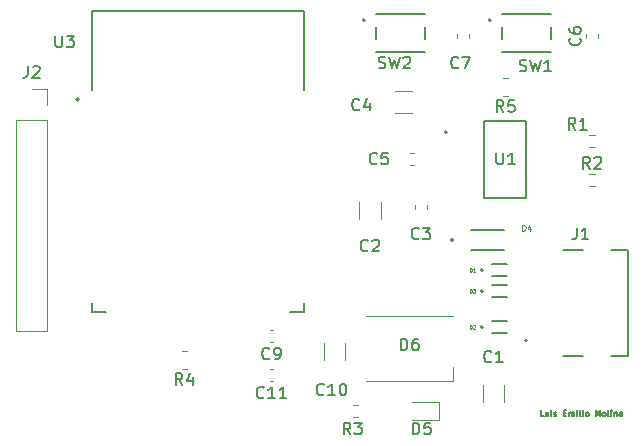
<source format=gbr>
%TF.GenerationSoftware,KiCad,Pcbnew,7.0.9*%
%TF.CreationDate,2024-12-09T18:27:57-04:00*%
%TF.ProjectId,ESP 32 LM,45535020-3332-4204-9c4d-2e6b69636164,rev?*%
%TF.SameCoordinates,Original*%
%TF.FileFunction,Legend,Top*%
%TF.FilePolarity,Positive*%
%FSLAX46Y46*%
G04 Gerber Fmt 4.6, Leading zero omitted, Abs format (unit mm)*
G04 Created by KiCad (PCBNEW 7.0.9) date 2024-12-09 18:27:57*
%MOMM*%
%LPD*%
G01*
G04 APERTURE LIST*
%ADD10C,0.127350*%
%ADD11C,0.150000*%
%ADD12C,0.120200*%
%ADD13C,0.080000*%
%ADD14C,0.120000*%
%ADD15C,0.127000*%
%ADD16C,0.200000*%
G04 APERTURE END LIST*
D10*
X133543639Y-74861036D02*
X133301067Y-74861036D01*
X133301067Y-74861036D02*
X133301067Y-74351636D01*
X133931753Y-74521436D02*
X133931753Y-74861036D01*
X133713438Y-74521436D02*
X133713438Y-74788264D01*
X133713438Y-74788264D02*
X133737695Y-74836779D01*
X133737695Y-74836779D02*
X133786210Y-74861036D01*
X133786210Y-74861036D02*
X133858981Y-74861036D01*
X133858981Y-74861036D02*
X133907495Y-74836779D01*
X133907495Y-74836779D02*
X133931753Y-74812521D01*
X134174324Y-74861036D02*
X134174324Y-74521436D01*
X134174324Y-74351636D02*
X134150067Y-74375893D01*
X134150067Y-74375893D02*
X134174324Y-74400150D01*
X134174324Y-74400150D02*
X134198581Y-74375893D01*
X134198581Y-74375893D02*
X134174324Y-74351636D01*
X134174324Y-74351636D02*
X134174324Y-74400150D01*
X134392638Y-74836779D02*
X134441152Y-74861036D01*
X134441152Y-74861036D02*
X134538181Y-74861036D01*
X134538181Y-74861036D02*
X134586695Y-74836779D01*
X134586695Y-74836779D02*
X134610952Y-74788264D01*
X134610952Y-74788264D02*
X134610952Y-74764007D01*
X134610952Y-74764007D02*
X134586695Y-74715493D01*
X134586695Y-74715493D02*
X134538181Y-74691236D01*
X134538181Y-74691236D02*
X134465410Y-74691236D01*
X134465410Y-74691236D02*
X134416895Y-74666979D01*
X134416895Y-74666979D02*
X134392638Y-74618464D01*
X134392638Y-74618464D02*
X134392638Y-74594207D01*
X134392638Y-74594207D02*
X134416895Y-74545693D01*
X134416895Y-74545693D02*
X134465410Y-74521436D01*
X134465410Y-74521436D02*
X134538181Y-74521436D01*
X134538181Y-74521436D02*
X134586695Y-74545693D01*
X135217380Y-74594207D02*
X135387180Y-74594207D01*
X135459952Y-74861036D02*
X135217380Y-74861036D01*
X135217380Y-74861036D02*
X135217380Y-74351636D01*
X135217380Y-74351636D02*
X135459952Y-74351636D01*
X135678266Y-74861036D02*
X135678266Y-74521436D01*
X135678266Y-74569950D02*
X135702523Y-74545693D01*
X135702523Y-74545693D02*
X135751038Y-74521436D01*
X135751038Y-74521436D02*
X135823809Y-74521436D01*
X135823809Y-74521436D02*
X135872323Y-74545693D01*
X135872323Y-74545693D02*
X135896581Y-74594207D01*
X135896581Y-74594207D02*
X135896581Y-74861036D01*
X135896581Y-74594207D02*
X135920838Y-74545693D01*
X135920838Y-74545693D02*
X135969352Y-74521436D01*
X135969352Y-74521436D02*
X136042123Y-74521436D01*
X136042123Y-74521436D02*
X136090638Y-74545693D01*
X136090638Y-74545693D02*
X136114895Y-74594207D01*
X136114895Y-74594207D02*
X136114895Y-74861036D01*
X136357466Y-74861036D02*
X136357466Y-74521436D01*
X136357466Y-74351636D02*
X136333209Y-74375893D01*
X136333209Y-74375893D02*
X136357466Y-74400150D01*
X136357466Y-74400150D02*
X136381723Y-74375893D01*
X136381723Y-74375893D02*
X136357466Y-74351636D01*
X136357466Y-74351636D02*
X136357466Y-74400150D01*
X136672809Y-74861036D02*
X136624294Y-74836779D01*
X136624294Y-74836779D02*
X136600037Y-74788264D01*
X136600037Y-74788264D02*
X136600037Y-74351636D01*
X136866866Y-74861036D02*
X136866866Y-74521436D01*
X136866866Y-74351636D02*
X136842609Y-74375893D01*
X136842609Y-74375893D02*
X136866866Y-74400150D01*
X136866866Y-74400150D02*
X136891123Y-74375893D01*
X136891123Y-74375893D02*
X136866866Y-74351636D01*
X136866866Y-74351636D02*
X136866866Y-74400150D01*
X137182209Y-74861036D02*
X137133694Y-74836779D01*
X137133694Y-74836779D02*
X137109437Y-74812521D01*
X137109437Y-74812521D02*
X137085180Y-74764007D01*
X137085180Y-74764007D02*
X137085180Y-74618464D01*
X137085180Y-74618464D02*
X137109437Y-74569950D01*
X137109437Y-74569950D02*
X137133694Y-74545693D01*
X137133694Y-74545693D02*
X137182209Y-74521436D01*
X137182209Y-74521436D02*
X137254980Y-74521436D01*
X137254980Y-74521436D02*
X137303494Y-74545693D01*
X137303494Y-74545693D02*
X137327752Y-74569950D01*
X137327752Y-74569950D02*
X137352009Y-74618464D01*
X137352009Y-74618464D02*
X137352009Y-74764007D01*
X137352009Y-74764007D02*
X137327752Y-74812521D01*
X137327752Y-74812521D02*
X137303494Y-74836779D01*
X137303494Y-74836779D02*
X137254980Y-74861036D01*
X137254980Y-74861036D02*
X137182209Y-74861036D01*
X137958437Y-74861036D02*
X137958437Y-74351636D01*
X137958437Y-74351636D02*
X138128237Y-74715493D01*
X138128237Y-74715493D02*
X138298037Y-74351636D01*
X138298037Y-74351636D02*
X138298037Y-74861036D01*
X138613380Y-74861036D02*
X138564865Y-74836779D01*
X138564865Y-74836779D02*
X138540608Y-74812521D01*
X138540608Y-74812521D02*
X138516351Y-74764007D01*
X138516351Y-74764007D02*
X138516351Y-74618464D01*
X138516351Y-74618464D02*
X138540608Y-74569950D01*
X138540608Y-74569950D02*
X138564865Y-74545693D01*
X138564865Y-74545693D02*
X138613380Y-74521436D01*
X138613380Y-74521436D02*
X138686151Y-74521436D01*
X138686151Y-74521436D02*
X138734665Y-74545693D01*
X138734665Y-74545693D02*
X138758923Y-74569950D01*
X138758923Y-74569950D02*
X138783180Y-74618464D01*
X138783180Y-74618464D02*
X138783180Y-74764007D01*
X138783180Y-74764007D02*
X138758923Y-74812521D01*
X138758923Y-74812521D02*
X138734665Y-74836779D01*
X138734665Y-74836779D02*
X138686151Y-74861036D01*
X138686151Y-74861036D02*
X138613380Y-74861036D01*
X139074266Y-74861036D02*
X139025751Y-74836779D01*
X139025751Y-74836779D02*
X139001494Y-74788264D01*
X139001494Y-74788264D02*
X139001494Y-74351636D01*
X139268323Y-74861036D02*
X139268323Y-74521436D01*
X139268323Y-74351636D02*
X139244066Y-74375893D01*
X139244066Y-74375893D02*
X139268323Y-74400150D01*
X139268323Y-74400150D02*
X139292580Y-74375893D01*
X139292580Y-74375893D02*
X139268323Y-74351636D01*
X139268323Y-74351636D02*
X139268323Y-74400150D01*
X139510894Y-74521436D02*
X139510894Y-74861036D01*
X139510894Y-74569950D02*
X139535151Y-74545693D01*
X139535151Y-74545693D02*
X139583666Y-74521436D01*
X139583666Y-74521436D02*
X139656437Y-74521436D01*
X139656437Y-74521436D02*
X139704951Y-74545693D01*
X139704951Y-74545693D02*
X139729209Y-74594207D01*
X139729209Y-74594207D02*
X139729209Y-74861036D01*
X140190095Y-74861036D02*
X140190095Y-74594207D01*
X140190095Y-74594207D02*
X140165837Y-74545693D01*
X140165837Y-74545693D02*
X140117323Y-74521436D01*
X140117323Y-74521436D02*
X140020295Y-74521436D01*
X140020295Y-74521436D02*
X139971780Y-74545693D01*
X140190095Y-74836779D02*
X140141580Y-74861036D01*
X140141580Y-74861036D02*
X140020295Y-74861036D01*
X140020295Y-74861036D02*
X139971780Y-74836779D01*
X139971780Y-74836779D02*
X139947523Y-74788264D01*
X139947523Y-74788264D02*
X139947523Y-74739750D01*
X139947523Y-74739750D02*
X139971780Y-74691236D01*
X139971780Y-74691236D02*
X140020295Y-74666979D01*
X140020295Y-74666979D02*
X140141580Y-74666979D01*
X140141580Y-74666979D02*
X140190095Y-74642721D01*
D11*
X130135333Y-49094819D02*
X129802000Y-48618628D01*
X129563905Y-49094819D02*
X129563905Y-48094819D01*
X129563905Y-48094819D02*
X129944857Y-48094819D01*
X129944857Y-48094819D02*
X130040095Y-48142438D01*
X130040095Y-48142438D02*
X130087714Y-48190057D01*
X130087714Y-48190057D02*
X130135333Y-48285295D01*
X130135333Y-48285295D02*
X130135333Y-48428152D01*
X130135333Y-48428152D02*
X130087714Y-48523390D01*
X130087714Y-48523390D02*
X130040095Y-48571009D01*
X130040095Y-48571009D02*
X129944857Y-48618628D01*
X129944857Y-48618628D02*
X129563905Y-48618628D01*
X131040095Y-48094819D02*
X130563905Y-48094819D01*
X130563905Y-48094819D02*
X130516286Y-48571009D01*
X130516286Y-48571009D02*
X130563905Y-48523390D01*
X130563905Y-48523390D02*
X130659143Y-48475771D01*
X130659143Y-48475771D02*
X130897238Y-48475771D01*
X130897238Y-48475771D02*
X130992476Y-48523390D01*
X130992476Y-48523390D02*
X131040095Y-48571009D01*
X131040095Y-48571009D02*
X131087714Y-48666247D01*
X131087714Y-48666247D02*
X131087714Y-48904342D01*
X131087714Y-48904342D02*
X131040095Y-48999580D01*
X131040095Y-48999580D02*
X130992476Y-49047200D01*
X130992476Y-49047200D02*
X130897238Y-49094819D01*
X130897238Y-49094819D02*
X130659143Y-49094819D01*
X130659143Y-49094819D02*
X130563905Y-49047200D01*
X130563905Y-49047200D02*
X130516286Y-48999580D01*
X102957333Y-72208819D02*
X102624000Y-71732628D01*
X102385905Y-72208819D02*
X102385905Y-71208819D01*
X102385905Y-71208819D02*
X102766857Y-71208819D01*
X102766857Y-71208819D02*
X102862095Y-71256438D01*
X102862095Y-71256438D02*
X102909714Y-71304057D01*
X102909714Y-71304057D02*
X102957333Y-71399295D01*
X102957333Y-71399295D02*
X102957333Y-71542152D01*
X102957333Y-71542152D02*
X102909714Y-71637390D01*
X102909714Y-71637390D02*
X102862095Y-71685009D01*
X102862095Y-71685009D02*
X102766857Y-71732628D01*
X102766857Y-71732628D02*
X102385905Y-71732628D01*
X103814476Y-71542152D02*
X103814476Y-72208819D01*
X103576381Y-71161200D02*
X103338286Y-71875485D01*
X103338286Y-71875485D02*
X103957333Y-71875485D01*
X114927142Y-73003580D02*
X114879523Y-73051200D01*
X114879523Y-73051200D02*
X114736666Y-73098819D01*
X114736666Y-73098819D02*
X114641428Y-73098819D01*
X114641428Y-73098819D02*
X114498571Y-73051200D01*
X114498571Y-73051200D02*
X114403333Y-72955961D01*
X114403333Y-72955961D02*
X114355714Y-72860723D01*
X114355714Y-72860723D02*
X114308095Y-72670247D01*
X114308095Y-72670247D02*
X114308095Y-72527390D01*
X114308095Y-72527390D02*
X114355714Y-72336914D01*
X114355714Y-72336914D02*
X114403333Y-72241676D01*
X114403333Y-72241676D02*
X114498571Y-72146438D01*
X114498571Y-72146438D02*
X114641428Y-72098819D01*
X114641428Y-72098819D02*
X114736666Y-72098819D01*
X114736666Y-72098819D02*
X114879523Y-72146438D01*
X114879523Y-72146438D02*
X114927142Y-72194057D01*
X115879523Y-73098819D02*
X115308095Y-73098819D01*
X115593809Y-73098819D02*
X115593809Y-72098819D01*
X115593809Y-72098819D02*
X115498571Y-72241676D01*
X115498571Y-72241676D02*
X115403333Y-72336914D01*
X115403333Y-72336914D02*
X115308095Y-72384533D01*
X116498571Y-72098819D02*
X116593809Y-72098819D01*
X116593809Y-72098819D02*
X116689047Y-72146438D01*
X116689047Y-72146438D02*
X116736666Y-72194057D01*
X116736666Y-72194057D02*
X116784285Y-72289295D01*
X116784285Y-72289295D02*
X116831904Y-72479771D01*
X116831904Y-72479771D02*
X116831904Y-72717866D01*
X116831904Y-72717866D02*
X116784285Y-72908342D01*
X116784285Y-72908342D02*
X116736666Y-73003580D01*
X116736666Y-73003580D02*
X116689047Y-73051200D01*
X116689047Y-73051200D02*
X116593809Y-73098819D01*
X116593809Y-73098819D02*
X116498571Y-73098819D01*
X116498571Y-73098819D02*
X116403333Y-73051200D01*
X116403333Y-73051200D02*
X116355714Y-73003580D01*
X116355714Y-73003580D02*
X116308095Y-72908342D01*
X116308095Y-72908342D02*
X116260476Y-72717866D01*
X116260476Y-72717866D02*
X116260476Y-72479771D01*
X116260476Y-72479771D02*
X116308095Y-72289295D01*
X116308095Y-72289295D02*
X116355714Y-72194057D01*
X116355714Y-72194057D02*
X116403333Y-72146438D01*
X116403333Y-72146438D02*
X116498571Y-72098819D01*
X117943333Y-48873580D02*
X117895714Y-48921200D01*
X117895714Y-48921200D02*
X117752857Y-48968819D01*
X117752857Y-48968819D02*
X117657619Y-48968819D01*
X117657619Y-48968819D02*
X117514762Y-48921200D01*
X117514762Y-48921200D02*
X117419524Y-48825961D01*
X117419524Y-48825961D02*
X117371905Y-48730723D01*
X117371905Y-48730723D02*
X117324286Y-48540247D01*
X117324286Y-48540247D02*
X117324286Y-48397390D01*
X117324286Y-48397390D02*
X117371905Y-48206914D01*
X117371905Y-48206914D02*
X117419524Y-48111676D01*
X117419524Y-48111676D02*
X117514762Y-48016438D01*
X117514762Y-48016438D02*
X117657619Y-47968819D01*
X117657619Y-47968819D02*
X117752857Y-47968819D01*
X117752857Y-47968819D02*
X117895714Y-48016438D01*
X117895714Y-48016438D02*
X117943333Y-48064057D01*
X118800476Y-48302152D02*
X118800476Y-48968819D01*
X118562381Y-47921200D02*
X118324286Y-48635485D01*
X118324286Y-48635485D02*
X118943333Y-48635485D01*
X129119333Y-70209580D02*
X129071714Y-70257200D01*
X129071714Y-70257200D02*
X128928857Y-70304819D01*
X128928857Y-70304819D02*
X128833619Y-70304819D01*
X128833619Y-70304819D02*
X128690762Y-70257200D01*
X128690762Y-70257200D02*
X128595524Y-70161961D01*
X128595524Y-70161961D02*
X128547905Y-70066723D01*
X128547905Y-70066723D02*
X128500286Y-69876247D01*
X128500286Y-69876247D02*
X128500286Y-69733390D01*
X128500286Y-69733390D02*
X128547905Y-69542914D01*
X128547905Y-69542914D02*
X128595524Y-69447676D01*
X128595524Y-69447676D02*
X128690762Y-69352438D01*
X128690762Y-69352438D02*
X128833619Y-69304819D01*
X128833619Y-69304819D02*
X128928857Y-69304819D01*
X128928857Y-69304819D02*
X129071714Y-69352438D01*
X129071714Y-69352438D02*
X129119333Y-69400057D01*
X130071714Y-70304819D02*
X129500286Y-70304819D01*
X129786000Y-70304819D02*
X129786000Y-69304819D01*
X129786000Y-69304819D02*
X129690762Y-69447676D01*
X129690762Y-69447676D02*
X129595524Y-69542914D01*
X129595524Y-69542914D02*
X129500286Y-69590533D01*
X118659833Y-60811580D02*
X118612214Y-60859200D01*
X118612214Y-60859200D02*
X118469357Y-60906819D01*
X118469357Y-60906819D02*
X118374119Y-60906819D01*
X118374119Y-60906819D02*
X118231262Y-60859200D01*
X118231262Y-60859200D02*
X118136024Y-60763961D01*
X118136024Y-60763961D02*
X118088405Y-60668723D01*
X118088405Y-60668723D02*
X118040786Y-60478247D01*
X118040786Y-60478247D02*
X118040786Y-60335390D01*
X118040786Y-60335390D02*
X118088405Y-60144914D01*
X118088405Y-60144914D02*
X118136024Y-60049676D01*
X118136024Y-60049676D02*
X118231262Y-59954438D01*
X118231262Y-59954438D02*
X118374119Y-59906819D01*
X118374119Y-59906819D02*
X118469357Y-59906819D01*
X118469357Y-59906819D02*
X118612214Y-59954438D01*
X118612214Y-59954438D02*
X118659833Y-60002057D01*
X119040786Y-60002057D02*
X119088405Y-59954438D01*
X119088405Y-59954438D02*
X119183643Y-59906819D01*
X119183643Y-59906819D02*
X119421738Y-59906819D01*
X119421738Y-59906819D02*
X119516976Y-59954438D01*
X119516976Y-59954438D02*
X119564595Y-60002057D01*
X119564595Y-60002057D02*
X119612214Y-60097295D01*
X119612214Y-60097295D02*
X119612214Y-60192533D01*
X119612214Y-60192533D02*
X119564595Y-60335390D01*
X119564595Y-60335390D02*
X118993167Y-60906819D01*
X118993167Y-60906819D02*
X119612214Y-60906819D01*
X92202095Y-42634819D02*
X92202095Y-43444342D01*
X92202095Y-43444342D02*
X92249714Y-43539580D01*
X92249714Y-43539580D02*
X92297333Y-43587200D01*
X92297333Y-43587200D02*
X92392571Y-43634819D01*
X92392571Y-43634819D02*
X92583047Y-43634819D01*
X92583047Y-43634819D02*
X92678285Y-43587200D01*
X92678285Y-43587200D02*
X92725904Y-43539580D01*
X92725904Y-43539580D02*
X92773523Y-43444342D01*
X92773523Y-43444342D02*
X92773523Y-42634819D01*
X93154476Y-42634819D02*
X93773523Y-42634819D01*
X93773523Y-42634819D02*
X93440190Y-43015771D01*
X93440190Y-43015771D02*
X93583047Y-43015771D01*
X93583047Y-43015771D02*
X93678285Y-43063390D01*
X93678285Y-43063390D02*
X93725904Y-43111009D01*
X93725904Y-43111009D02*
X93773523Y-43206247D01*
X93773523Y-43206247D02*
X93773523Y-43444342D01*
X93773523Y-43444342D02*
X93725904Y-43539580D01*
X93725904Y-43539580D02*
X93678285Y-43587200D01*
X93678285Y-43587200D02*
X93583047Y-43634819D01*
X93583047Y-43634819D02*
X93297333Y-43634819D01*
X93297333Y-43634819D02*
X93202095Y-43587200D01*
X93202095Y-43587200D02*
X93154476Y-43539580D01*
X129540095Y-52540819D02*
X129540095Y-53350342D01*
X129540095Y-53350342D02*
X129587714Y-53445580D01*
X129587714Y-53445580D02*
X129635333Y-53493200D01*
X129635333Y-53493200D02*
X129730571Y-53540819D01*
X129730571Y-53540819D02*
X129921047Y-53540819D01*
X129921047Y-53540819D02*
X130016285Y-53493200D01*
X130016285Y-53493200D02*
X130063904Y-53445580D01*
X130063904Y-53445580D02*
X130111523Y-53350342D01*
X130111523Y-53350342D02*
X130111523Y-52540819D01*
X131111523Y-53540819D02*
X130540095Y-53540819D01*
X130825809Y-53540819D02*
X130825809Y-52540819D01*
X130825809Y-52540819D02*
X130730571Y-52683676D01*
X130730571Y-52683676D02*
X130635333Y-52778914D01*
X130635333Y-52778914D02*
X130540095Y-52826533D01*
X119570667Y-45365200D02*
X119713524Y-45412819D01*
X119713524Y-45412819D02*
X119951619Y-45412819D01*
X119951619Y-45412819D02*
X120046857Y-45365200D01*
X120046857Y-45365200D02*
X120094476Y-45317580D01*
X120094476Y-45317580D02*
X120142095Y-45222342D01*
X120142095Y-45222342D02*
X120142095Y-45127104D01*
X120142095Y-45127104D02*
X120094476Y-45031866D01*
X120094476Y-45031866D02*
X120046857Y-44984247D01*
X120046857Y-44984247D02*
X119951619Y-44936628D01*
X119951619Y-44936628D02*
X119761143Y-44889009D01*
X119761143Y-44889009D02*
X119665905Y-44841390D01*
X119665905Y-44841390D02*
X119618286Y-44793771D01*
X119618286Y-44793771D02*
X119570667Y-44698533D01*
X119570667Y-44698533D02*
X119570667Y-44603295D01*
X119570667Y-44603295D02*
X119618286Y-44508057D01*
X119618286Y-44508057D02*
X119665905Y-44460438D01*
X119665905Y-44460438D02*
X119761143Y-44412819D01*
X119761143Y-44412819D02*
X119999238Y-44412819D01*
X119999238Y-44412819D02*
X120142095Y-44460438D01*
X120475429Y-44412819D02*
X120713524Y-45412819D01*
X120713524Y-45412819D02*
X120904000Y-44698533D01*
X120904000Y-44698533D02*
X121094476Y-45412819D01*
X121094476Y-45412819D02*
X121332572Y-44412819D01*
X121665905Y-44508057D02*
X121713524Y-44460438D01*
X121713524Y-44460438D02*
X121808762Y-44412819D01*
X121808762Y-44412819D02*
X122046857Y-44412819D01*
X122046857Y-44412819D02*
X122142095Y-44460438D01*
X122142095Y-44460438D02*
X122189714Y-44508057D01*
X122189714Y-44508057D02*
X122237333Y-44603295D01*
X122237333Y-44603295D02*
X122237333Y-44698533D01*
X122237333Y-44698533D02*
X122189714Y-44841390D01*
X122189714Y-44841390D02*
X121618286Y-45412819D01*
X121618286Y-45412819D02*
X122237333Y-45412819D01*
X131508667Y-45619200D02*
X131651524Y-45666819D01*
X131651524Y-45666819D02*
X131889619Y-45666819D01*
X131889619Y-45666819D02*
X131984857Y-45619200D01*
X131984857Y-45619200D02*
X132032476Y-45571580D01*
X132032476Y-45571580D02*
X132080095Y-45476342D01*
X132080095Y-45476342D02*
X132080095Y-45381104D01*
X132080095Y-45381104D02*
X132032476Y-45285866D01*
X132032476Y-45285866D02*
X131984857Y-45238247D01*
X131984857Y-45238247D02*
X131889619Y-45190628D01*
X131889619Y-45190628D02*
X131699143Y-45143009D01*
X131699143Y-45143009D02*
X131603905Y-45095390D01*
X131603905Y-45095390D02*
X131556286Y-45047771D01*
X131556286Y-45047771D02*
X131508667Y-44952533D01*
X131508667Y-44952533D02*
X131508667Y-44857295D01*
X131508667Y-44857295D02*
X131556286Y-44762057D01*
X131556286Y-44762057D02*
X131603905Y-44714438D01*
X131603905Y-44714438D02*
X131699143Y-44666819D01*
X131699143Y-44666819D02*
X131937238Y-44666819D01*
X131937238Y-44666819D02*
X132080095Y-44714438D01*
X132413429Y-44666819D02*
X132651524Y-45666819D01*
X132651524Y-45666819D02*
X132842000Y-44952533D01*
X132842000Y-44952533D02*
X133032476Y-45666819D01*
X133032476Y-45666819D02*
X133270572Y-44666819D01*
X134175333Y-45666819D02*
X133603905Y-45666819D01*
X133889619Y-45666819D02*
X133889619Y-44666819D01*
X133889619Y-44666819D02*
X133794381Y-44809676D01*
X133794381Y-44809676D02*
X133699143Y-44904914D01*
X133699143Y-44904914D02*
X133603905Y-44952533D01*
X117181333Y-76400819D02*
X116848000Y-75924628D01*
X116609905Y-76400819D02*
X116609905Y-75400819D01*
X116609905Y-75400819D02*
X116990857Y-75400819D01*
X116990857Y-75400819D02*
X117086095Y-75448438D01*
X117086095Y-75448438D02*
X117133714Y-75496057D01*
X117133714Y-75496057D02*
X117181333Y-75591295D01*
X117181333Y-75591295D02*
X117181333Y-75734152D01*
X117181333Y-75734152D02*
X117133714Y-75829390D01*
X117133714Y-75829390D02*
X117086095Y-75877009D01*
X117086095Y-75877009D02*
X116990857Y-75924628D01*
X116990857Y-75924628D02*
X116609905Y-75924628D01*
X117514667Y-75400819D02*
X118133714Y-75400819D01*
X118133714Y-75400819D02*
X117800381Y-75781771D01*
X117800381Y-75781771D02*
X117943238Y-75781771D01*
X117943238Y-75781771D02*
X118038476Y-75829390D01*
X118038476Y-75829390D02*
X118086095Y-75877009D01*
X118086095Y-75877009D02*
X118133714Y-75972247D01*
X118133714Y-75972247D02*
X118133714Y-76210342D01*
X118133714Y-76210342D02*
X118086095Y-76305580D01*
X118086095Y-76305580D02*
X118038476Y-76353200D01*
X118038476Y-76353200D02*
X117943238Y-76400819D01*
X117943238Y-76400819D02*
X117657524Y-76400819D01*
X117657524Y-76400819D02*
X117562286Y-76353200D01*
X117562286Y-76353200D02*
X117514667Y-76305580D01*
X137455833Y-53888819D02*
X137122500Y-53412628D01*
X136884405Y-53888819D02*
X136884405Y-52888819D01*
X136884405Y-52888819D02*
X137265357Y-52888819D01*
X137265357Y-52888819D02*
X137360595Y-52936438D01*
X137360595Y-52936438D02*
X137408214Y-52984057D01*
X137408214Y-52984057D02*
X137455833Y-53079295D01*
X137455833Y-53079295D02*
X137455833Y-53222152D01*
X137455833Y-53222152D02*
X137408214Y-53317390D01*
X137408214Y-53317390D02*
X137360595Y-53365009D01*
X137360595Y-53365009D02*
X137265357Y-53412628D01*
X137265357Y-53412628D02*
X136884405Y-53412628D01*
X137836786Y-52984057D02*
X137884405Y-52936438D01*
X137884405Y-52936438D02*
X137979643Y-52888819D01*
X137979643Y-52888819D02*
X138217738Y-52888819D01*
X138217738Y-52888819D02*
X138312976Y-52936438D01*
X138312976Y-52936438D02*
X138360595Y-52984057D01*
X138360595Y-52984057D02*
X138408214Y-53079295D01*
X138408214Y-53079295D02*
X138408214Y-53174533D01*
X138408214Y-53174533D02*
X138360595Y-53317390D01*
X138360595Y-53317390D02*
X137789167Y-53888819D01*
X137789167Y-53888819D02*
X138408214Y-53888819D01*
X136231333Y-50586819D02*
X135898000Y-50110628D01*
X135659905Y-50586819D02*
X135659905Y-49586819D01*
X135659905Y-49586819D02*
X136040857Y-49586819D01*
X136040857Y-49586819D02*
X136136095Y-49634438D01*
X136136095Y-49634438D02*
X136183714Y-49682057D01*
X136183714Y-49682057D02*
X136231333Y-49777295D01*
X136231333Y-49777295D02*
X136231333Y-49920152D01*
X136231333Y-49920152D02*
X136183714Y-50015390D01*
X136183714Y-50015390D02*
X136136095Y-50063009D01*
X136136095Y-50063009D02*
X136040857Y-50110628D01*
X136040857Y-50110628D02*
X135659905Y-50110628D01*
X137183714Y-50586819D02*
X136612286Y-50586819D01*
X136898000Y-50586819D02*
X136898000Y-49586819D01*
X136898000Y-49586819D02*
X136802762Y-49729676D01*
X136802762Y-49729676D02*
X136707524Y-49824914D01*
X136707524Y-49824914D02*
X136612286Y-49872533D01*
X89861666Y-45198819D02*
X89861666Y-45913104D01*
X89861666Y-45913104D02*
X89814047Y-46055961D01*
X89814047Y-46055961D02*
X89718809Y-46151200D01*
X89718809Y-46151200D02*
X89575952Y-46198819D01*
X89575952Y-46198819D02*
X89480714Y-46198819D01*
X90290238Y-45294057D02*
X90337857Y-45246438D01*
X90337857Y-45246438D02*
X90433095Y-45198819D01*
X90433095Y-45198819D02*
X90671190Y-45198819D01*
X90671190Y-45198819D02*
X90766428Y-45246438D01*
X90766428Y-45246438D02*
X90814047Y-45294057D01*
X90814047Y-45294057D02*
X90861666Y-45389295D01*
X90861666Y-45389295D02*
X90861666Y-45484533D01*
X90861666Y-45484533D02*
X90814047Y-45627390D01*
X90814047Y-45627390D02*
X90242619Y-46198819D01*
X90242619Y-46198819D02*
X90861666Y-46198819D01*
X136318666Y-58890819D02*
X136318666Y-59605104D01*
X136318666Y-59605104D02*
X136271047Y-59747961D01*
X136271047Y-59747961D02*
X136175809Y-59843200D01*
X136175809Y-59843200D02*
X136032952Y-59890819D01*
X136032952Y-59890819D02*
X135937714Y-59890819D01*
X137318666Y-59890819D02*
X136747238Y-59890819D01*
X137032952Y-59890819D02*
X137032952Y-58890819D01*
X137032952Y-58890819D02*
X136937714Y-59033676D01*
X136937714Y-59033676D02*
X136842476Y-59128914D01*
X136842476Y-59128914D02*
X136747238Y-59176533D01*
X121435905Y-69288819D02*
X121435905Y-68288819D01*
X121435905Y-68288819D02*
X121674000Y-68288819D01*
X121674000Y-68288819D02*
X121816857Y-68336438D01*
X121816857Y-68336438D02*
X121912095Y-68431676D01*
X121912095Y-68431676D02*
X121959714Y-68526914D01*
X121959714Y-68526914D02*
X122007333Y-68717390D01*
X122007333Y-68717390D02*
X122007333Y-68860247D01*
X122007333Y-68860247D02*
X121959714Y-69050723D01*
X121959714Y-69050723D02*
X121912095Y-69145961D01*
X121912095Y-69145961D02*
X121816857Y-69241200D01*
X121816857Y-69241200D02*
X121674000Y-69288819D01*
X121674000Y-69288819D02*
X121435905Y-69288819D01*
X122864476Y-68288819D02*
X122674000Y-68288819D01*
X122674000Y-68288819D02*
X122578762Y-68336438D01*
X122578762Y-68336438D02*
X122531143Y-68384057D01*
X122531143Y-68384057D02*
X122435905Y-68526914D01*
X122435905Y-68526914D02*
X122388286Y-68717390D01*
X122388286Y-68717390D02*
X122388286Y-69098342D01*
X122388286Y-69098342D02*
X122435905Y-69193580D01*
X122435905Y-69193580D02*
X122483524Y-69241200D01*
X122483524Y-69241200D02*
X122578762Y-69288819D01*
X122578762Y-69288819D02*
X122769238Y-69288819D01*
X122769238Y-69288819D02*
X122864476Y-69241200D01*
X122864476Y-69241200D02*
X122912095Y-69193580D01*
X122912095Y-69193580D02*
X122959714Y-69098342D01*
X122959714Y-69098342D02*
X122959714Y-68860247D01*
X122959714Y-68860247D02*
X122912095Y-68765009D01*
X122912095Y-68765009D02*
X122864476Y-68717390D01*
X122864476Y-68717390D02*
X122769238Y-68669771D01*
X122769238Y-68669771D02*
X122578762Y-68669771D01*
X122578762Y-68669771D02*
X122483524Y-68717390D01*
X122483524Y-68717390D02*
X122435905Y-68765009D01*
X122435905Y-68765009D02*
X122388286Y-68860247D01*
X122451905Y-76400819D02*
X122451905Y-75400819D01*
X122451905Y-75400819D02*
X122690000Y-75400819D01*
X122690000Y-75400819D02*
X122832857Y-75448438D01*
X122832857Y-75448438D02*
X122928095Y-75543676D01*
X122928095Y-75543676D02*
X122975714Y-75638914D01*
X122975714Y-75638914D02*
X123023333Y-75829390D01*
X123023333Y-75829390D02*
X123023333Y-75972247D01*
X123023333Y-75972247D02*
X122975714Y-76162723D01*
X122975714Y-76162723D02*
X122928095Y-76257961D01*
X122928095Y-76257961D02*
X122832857Y-76353200D01*
X122832857Y-76353200D02*
X122690000Y-76400819D01*
X122690000Y-76400819D02*
X122451905Y-76400819D01*
X123928095Y-75400819D02*
X123451905Y-75400819D01*
X123451905Y-75400819D02*
X123404286Y-75877009D01*
X123404286Y-75877009D02*
X123451905Y-75829390D01*
X123451905Y-75829390D02*
X123547143Y-75781771D01*
X123547143Y-75781771D02*
X123785238Y-75781771D01*
X123785238Y-75781771D02*
X123880476Y-75829390D01*
X123880476Y-75829390D02*
X123928095Y-75877009D01*
X123928095Y-75877009D02*
X123975714Y-75972247D01*
X123975714Y-75972247D02*
X123975714Y-76210342D01*
X123975714Y-76210342D02*
X123928095Y-76305580D01*
X123928095Y-76305580D02*
X123880476Y-76353200D01*
X123880476Y-76353200D02*
X123785238Y-76400819D01*
X123785238Y-76400819D02*
X123547143Y-76400819D01*
X123547143Y-76400819D02*
X123451905Y-76353200D01*
X123451905Y-76353200D02*
X123404286Y-76305580D01*
D12*
X131725124Y-59144176D02*
X131725124Y-58663376D01*
X131725124Y-58663376D02*
X131839600Y-58663376D01*
X131839600Y-58663376D02*
X131908286Y-58686271D01*
X131908286Y-58686271D02*
X131954076Y-58732061D01*
X131954076Y-58732061D02*
X131976971Y-58777852D01*
X131976971Y-58777852D02*
X131999867Y-58869433D01*
X131999867Y-58869433D02*
X131999867Y-58938119D01*
X131999867Y-58938119D02*
X131976971Y-59029700D01*
X131976971Y-59029700D02*
X131954076Y-59075490D01*
X131954076Y-59075490D02*
X131908286Y-59121281D01*
X131908286Y-59121281D02*
X131839600Y-59144176D01*
X131839600Y-59144176D02*
X131725124Y-59144176D01*
X132411981Y-58823642D02*
X132411981Y-59144176D01*
X132297505Y-58640481D02*
X132183028Y-58983909D01*
X132183028Y-58983909D02*
X132480667Y-58983909D01*
D13*
X127271809Y-64405878D02*
X127271809Y-64085878D01*
X127271809Y-64085878D02*
X127347999Y-64085878D01*
X127347999Y-64085878D02*
X127393714Y-64101116D01*
X127393714Y-64101116D02*
X127424190Y-64131592D01*
X127424190Y-64131592D02*
X127439428Y-64162068D01*
X127439428Y-64162068D02*
X127454666Y-64223020D01*
X127454666Y-64223020D02*
X127454666Y-64268735D01*
X127454666Y-64268735D02*
X127439428Y-64329687D01*
X127439428Y-64329687D02*
X127424190Y-64360163D01*
X127424190Y-64360163D02*
X127393714Y-64390640D01*
X127393714Y-64390640D02*
X127347999Y-64405878D01*
X127347999Y-64405878D02*
X127271809Y-64405878D01*
X127561333Y-64085878D02*
X127759428Y-64085878D01*
X127759428Y-64085878D02*
X127652761Y-64207782D01*
X127652761Y-64207782D02*
X127698476Y-64207782D01*
X127698476Y-64207782D02*
X127728952Y-64223020D01*
X127728952Y-64223020D02*
X127744190Y-64238259D01*
X127744190Y-64238259D02*
X127759428Y-64268735D01*
X127759428Y-64268735D02*
X127759428Y-64344925D01*
X127759428Y-64344925D02*
X127744190Y-64375401D01*
X127744190Y-64375401D02*
X127728952Y-64390640D01*
X127728952Y-64390640D02*
X127698476Y-64405878D01*
X127698476Y-64405878D02*
X127607047Y-64405878D01*
X127607047Y-64405878D02*
X127576571Y-64390640D01*
X127576571Y-64390640D02*
X127561333Y-64375401D01*
X127271809Y-67453878D02*
X127271809Y-67133878D01*
X127271809Y-67133878D02*
X127347999Y-67133878D01*
X127347999Y-67133878D02*
X127393714Y-67149116D01*
X127393714Y-67149116D02*
X127424190Y-67179592D01*
X127424190Y-67179592D02*
X127439428Y-67210068D01*
X127439428Y-67210068D02*
X127454666Y-67271020D01*
X127454666Y-67271020D02*
X127454666Y-67316735D01*
X127454666Y-67316735D02*
X127439428Y-67377687D01*
X127439428Y-67377687D02*
X127424190Y-67408163D01*
X127424190Y-67408163D02*
X127393714Y-67438640D01*
X127393714Y-67438640D02*
X127347999Y-67453878D01*
X127347999Y-67453878D02*
X127271809Y-67453878D01*
X127576571Y-67164354D02*
X127591809Y-67149116D01*
X127591809Y-67149116D02*
X127622285Y-67133878D01*
X127622285Y-67133878D02*
X127698476Y-67133878D01*
X127698476Y-67133878D02*
X127728952Y-67149116D01*
X127728952Y-67149116D02*
X127744190Y-67164354D01*
X127744190Y-67164354D02*
X127759428Y-67194830D01*
X127759428Y-67194830D02*
X127759428Y-67225306D01*
X127759428Y-67225306D02*
X127744190Y-67271020D01*
X127744190Y-67271020D02*
X127561333Y-67453878D01*
X127561333Y-67453878D02*
X127759428Y-67453878D01*
X127271809Y-62627878D02*
X127271809Y-62307878D01*
X127271809Y-62307878D02*
X127347999Y-62307878D01*
X127347999Y-62307878D02*
X127393714Y-62323116D01*
X127393714Y-62323116D02*
X127424190Y-62353592D01*
X127424190Y-62353592D02*
X127439428Y-62384068D01*
X127439428Y-62384068D02*
X127454666Y-62445020D01*
X127454666Y-62445020D02*
X127454666Y-62490735D01*
X127454666Y-62490735D02*
X127439428Y-62551687D01*
X127439428Y-62551687D02*
X127424190Y-62582163D01*
X127424190Y-62582163D02*
X127393714Y-62612640D01*
X127393714Y-62612640D02*
X127347999Y-62627878D01*
X127347999Y-62627878D02*
X127271809Y-62627878D01*
X127759428Y-62627878D02*
X127576571Y-62627878D01*
X127667999Y-62627878D02*
X127667999Y-62307878D01*
X127667999Y-62307878D02*
X127637523Y-62353592D01*
X127637523Y-62353592D02*
X127607047Y-62384068D01*
X127607047Y-62384068D02*
X127576571Y-62399306D01*
D11*
X109847142Y-73257580D02*
X109799523Y-73305200D01*
X109799523Y-73305200D02*
X109656666Y-73352819D01*
X109656666Y-73352819D02*
X109561428Y-73352819D01*
X109561428Y-73352819D02*
X109418571Y-73305200D01*
X109418571Y-73305200D02*
X109323333Y-73209961D01*
X109323333Y-73209961D02*
X109275714Y-73114723D01*
X109275714Y-73114723D02*
X109228095Y-72924247D01*
X109228095Y-72924247D02*
X109228095Y-72781390D01*
X109228095Y-72781390D02*
X109275714Y-72590914D01*
X109275714Y-72590914D02*
X109323333Y-72495676D01*
X109323333Y-72495676D02*
X109418571Y-72400438D01*
X109418571Y-72400438D02*
X109561428Y-72352819D01*
X109561428Y-72352819D02*
X109656666Y-72352819D01*
X109656666Y-72352819D02*
X109799523Y-72400438D01*
X109799523Y-72400438D02*
X109847142Y-72448057D01*
X110799523Y-73352819D02*
X110228095Y-73352819D01*
X110513809Y-73352819D02*
X110513809Y-72352819D01*
X110513809Y-72352819D02*
X110418571Y-72495676D01*
X110418571Y-72495676D02*
X110323333Y-72590914D01*
X110323333Y-72590914D02*
X110228095Y-72638533D01*
X111751904Y-73352819D02*
X111180476Y-73352819D01*
X111466190Y-73352819D02*
X111466190Y-72352819D01*
X111466190Y-72352819D02*
X111370952Y-72495676D01*
X111370952Y-72495676D02*
X111275714Y-72590914D01*
X111275714Y-72590914D02*
X111180476Y-72638533D01*
X110323333Y-69955580D02*
X110275714Y-70003200D01*
X110275714Y-70003200D02*
X110132857Y-70050819D01*
X110132857Y-70050819D02*
X110037619Y-70050819D01*
X110037619Y-70050819D02*
X109894762Y-70003200D01*
X109894762Y-70003200D02*
X109799524Y-69907961D01*
X109799524Y-69907961D02*
X109751905Y-69812723D01*
X109751905Y-69812723D02*
X109704286Y-69622247D01*
X109704286Y-69622247D02*
X109704286Y-69479390D01*
X109704286Y-69479390D02*
X109751905Y-69288914D01*
X109751905Y-69288914D02*
X109799524Y-69193676D01*
X109799524Y-69193676D02*
X109894762Y-69098438D01*
X109894762Y-69098438D02*
X110037619Y-69050819D01*
X110037619Y-69050819D02*
X110132857Y-69050819D01*
X110132857Y-69050819D02*
X110275714Y-69098438D01*
X110275714Y-69098438D02*
X110323333Y-69146057D01*
X110799524Y-70050819D02*
X110990000Y-70050819D01*
X110990000Y-70050819D02*
X111085238Y-70003200D01*
X111085238Y-70003200D02*
X111132857Y-69955580D01*
X111132857Y-69955580D02*
X111228095Y-69812723D01*
X111228095Y-69812723D02*
X111275714Y-69622247D01*
X111275714Y-69622247D02*
X111275714Y-69241295D01*
X111275714Y-69241295D02*
X111228095Y-69146057D01*
X111228095Y-69146057D02*
X111180476Y-69098438D01*
X111180476Y-69098438D02*
X111085238Y-69050819D01*
X111085238Y-69050819D02*
X110894762Y-69050819D01*
X110894762Y-69050819D02*
X110799524Y-69098438D01*
X110799524Y-69098438D02*
X110751905Y-69146057D01*
X110751905Y-69146057D02*
X110704286Y-69241295D01*
X110704286Y-69241295D02*
X110704286Y-69479390D01*
X110704286Y-69479390D02*
X110751905Y-69574628D01*
X110751905Y-69574628D02*
X110799524Y-69622247D01*
X110799524Y-69622247D02*
X110894762Y-69669866D01*
X110894762Y-69669866D02*
X111085238Y-69669866D01*
X111085238Y-69669866D02*
X111180476Y-69622247D01*
X111180476Y-69622247D02*
X111228095Y-69574628D01*
X111228095Y-69574628D02*
X111275714Y-69479390D01*
X126325333Y-45317580D02*
X126277714Y-45365200D01*
X126277714Y-45365200D02*
X126134857Y-45412819D01*
X126134857Y-45412819D02*
X126039619Y-45412819D01*
X126039619Y-45412819D02*
X125896762Y-45365200D01*
X125896762Y-45365200D02*
X125801524Y-45269961D01*
X125801524Y-45269961D02*
X125753905Y-45174723D01*
X125753905Y-45174723D02*
X125706286Y-44984247D01*
X125706286Y-44984247D02*
X125706286Y-44841390D01*
X125706286Y-44841390D02*
X125753905Y-44650914D01*
X125753905Y-44650914D02*
X125801524Y-44555676D01*
X125801524Y-44555676D02*
X125896762Y-44460438D01*
X125896762Y-44460438D02*
X126039619Y-44412819D01*
X126039619Y-44412819D02*
X126134857Y-44412819D01*
X126134857Y-44412819D02*
X126277714Y-44460438D01*
X126277714Y-44460438D02*
X126325333Y-44508057D01*
X126658667Y-44412819D02*
X127325333Y-44412819D01*
X127325333Y-44412819D02*
X126896762Y-45412819D01*
X136597580Y-42838666D02*
X136645200Y-42886285D01*
X136645200Y-42886285D02*
X136692819Y-43029142D01*
X136692819Y-43029142D02*
X136692819Y-43124380D01*
X136692819Y-43124380D02*
X136645200Y-43267237D01*
X136645200Y-43267237D02*
X136549961Y-43362475D01*
X136549961Y-43362475D02*
X136454723Y-43410094D01*
X136454723Y-43410094D02*
X136264247Y-43457713D01*
X136264247Y-43457713D02*
X136121390Y-43457713D01*
X136121390Y-43457713D02*
X135930914Y-43410094D01*
X135930914Y-43410094D02*
X135835676Y-43362475D01*
X135835676Y-43362475D02*
X135740438Y-43267237D01*
X135740438Y-43267237D02*
X135692819Y-43124380D01*
X135692819Y-43124380D02*
X135692819Y-43029142D01*
X135692819Y-43029142D02*
X135740438Y-42886285D01*
X135740438Y-42886285D02*
X135788057Y-42838666D01*
X135692819Y-41981523D02*
X135692819Y-42171999D01*
X135692819Y-42171999D02*
X135740438Y-42267237D01*
X135740438Y-42267237D02*
X135788057Y-42314856D01*
X135788057Y-42314856D02*
X135930914Y-42410094D01*
X135930914Y-42410094D02*
X136121390Y-42457713D01*
X136121390Y-42457713D02*
X136502342Y-42457713D01*
X136502342Y-42457713D02*
X136597580Y-42410094D01*
X136597580Y-42410094D02*
X136645200Y-42362475D01*
X136645200Y-42362475D02*
X136692819Y-42267237D01*
X136692819Y-42267237D02*
X136692819Y-42076761D01*
X136692819Y-42076761D02*
X136645200Y-41981523D01*
X136645200Y-41981523D02*
X136597580Y-41933904D01*
X136597580Y-41933904D02*
X136502342Y-41886285D01*
X136502342Y-41886285D02*
X136264247Y-41886285D01*
X136264247Y-41886285D02*
X136169009Y-41933904D01*
X136169009Y-41933904D02*
X136121390Y-41981523D01*
X136121390Y-41981523D02*
X136073771Y-42076761D01*
X136073771Y-42076761D02*
X136073771Y-42267237D01*
X136073771Y-42267237D02*
X136121390Y-42362475D01*
X136121390Y-42362475D02*
X136169009Y-42410094D01*
X136169009Y-42410094D02*
X136264247Y-42457713D01*
X119421833Y-53445580D02*
X119374214Y-53493200D01*
X119374214Y-53493200D02*
X119231357Y-53540819D01*
X119231357Y-53540819D02*
X119136119Y-53540819D01*
X119136119Y-53540819D02*
X118993262Y-53493200D01*
X118993262Y-53493200D02*
X118898024Y-53397961D01*
X118898024Y-53397961D02*
X118850405Y-53302723D01*
X118850405Y-53302723D02*
X118802786Y-53112247D01*
X118802786Y-53112247D02*
X118802786Y-52969390D01*
X118802786Y-52969390D02*
X118850405Y-52778914D01*
X118850405Y-52778914D02*
X118898024Y-52683676D01*
X118898024Y-52683676D02*
X118993262Y-52588438D01*
X118993262Y-52588438D02*
X119136119Y-52540819D01*
X119136119Y-52540819D02*
X119231357Y-52540819D01*
X119231357Y-52540819D02*
X119374214Y-52588438D01*
X119374214Y-52588438D02*
X119421833Y-52636057D01*
X120326595Y-52540819D02*
X119850405Y-52540819D01*
X119850405Y-52540819D02*
X119802786Y-53017009D01*
X119802786Y-53017009D02*
X119850405Y-52969390D01*
X119850405Y-52969390D02*
X119945643Y-52921771D01*
X119945643Y-52921771D02*
X120183738Y-52921771D01*
X120183738Y-52921771D02*
X120278976Y-52969390D01*
X120278976Y-52969390D02*
X120326595Y-53017009D01*
X120326595Y-53017009D02*
X120374214Y-53112247D01*
X120374214Y-53112247D02*
X120374214Y-53350342D01*
X120374214Y-53350342D02*
X120326595Y-53445580D01*
X120326595Y-53445580D02*
X120278976Y-53493200D01*
X120278976Y-53493200D02*
X120183738Y-53540819D01*
X120183738Y-53540819D02*
X119945643Y-53540819D01*
X119945643Y-53540819D02*
X119850405Y-53493200D01*
X119850405Y-53493200D02*
X119802786Y-53445580D01*
X122977833Y-59795580D02*
X122930214Y-59843200D01*
X122930214Y-59843200D02*
X122787357Y-59890819D01*
X122787357Y-59890819D02*
X122692119Y-59890819D01*
X122692119Y-59890819D02*
X122549262Y-59843200D01*
X122549262Y-59843200D02*
X122454024Y-59747961D01*
X122454024Y-59747961D02*
X122406405Y-59652723D01*
X122406405Y-59652723D02*
X122358786Y-59462247D01*
X122358786Y-59462247D02*
X122358786Y-59319390D01*
X122358786Y-59319390D02*
X122406405Y-59128914D01*
X122406405Y-59128914D02*
X122454024Y-59033676D01*
X122454024Y-59033676D02*
X122549262Y-58938438D01*
X122549262Y-58938438D02*
X122692119Y-58890819D01*
X122692119Y-58890819D02*
X122787357Y-58890819D01*
X122787357Y-58890819D02*
X122930214Y-58938438D01*
X122930214Y-58938438D02*
X122977833Y-58986057D01*
X123311167Y-58890819D02*
X123930214Y-58890819D01*
X123930214Y-58890819D02*
X123596881Y-59271771D01*
X123596881Y-59271771D02*
X123739738Y-59271771D01*
X123739738Y-59271771D02*
X123834976Y-59319390D01*
X123834976Y-59319390D02*
X123882595Y-59367009D01*
X123882595Y-59367009D02*
X123930214Y-59462247D01*
X123930214Y-59462247D02*
X123930214Y-59700342D01*
X123930214Y-59700342D02*
X123882595Y-59795580D01*
X123882595Y-59795580D02*
X123834976Y-59843200D01*
X123834976Y-59843200D02*
X123739738Y-59890819D01*
X123739738Y-59890819D02*
X123454024Y-59890819D01*
X123454024Y-59890819D02*
X123358786Y-59843200D01*
X123358786Y-59843200D02*
X123311167Y-59795580D01*
D14*
%TO.C,R5*%
X130529064Y-47725000D02*
X130074936Y-47725000D01*
X130529064Y-46255000D02*
X130074936Y-46255000D01*
%TO.C,R4*%
X103351064Y-70839000D02*
X102896936Y-70839000D01*
X103351064Y-69369000D02*
X102896936Y-69369000D01*
%TO.C,C10*%
X114914000Y-70053252D02*
X114914000Y-68630748D01*
X116734000Y-70053252D02*
X116734000Y-68630748D01*
%TO.C,C4*%
X122377252Y-49170000D02*
X120954748Y-49170000D01*
X122377252Y-47350000D02*
X120954748Y-47350000D01*
%TO.C,C1*%
X130196000Y-72186748D02*
X130196000Y-73609252D01*
X128376000Y-72186748D02*
X128376000Y-73609252D01*
%TO.C,C2*%
X119736500Y-56692748D02*
X119736500Y-58115252D01*
X117916500Y-56692748D02*
X117916500Y-58115252D01*
D15*
%TO.C,U3*%
X113267000Y-66036000D02*
X112022000Y-66036000D01*
X113267000Y-65306000D02*
X113267000Y-66036000D01*
X95267000Y-66036000D02*
X96512000Y-66036000D01*
X95267000Y-65306000D02*
X95267000Y-66036000D01*
D16*
X94167000Y-48026000D02*
G75*
G03*
X94167000Y-48026000I-100000J0D01*
G01*
D15*
X95267000Y-47256000D02*
X95267000Y-40536000D01*
X113267000Y-40536000D02*
X113267000Y-47256000D01*
X95267000Y-40536000D02*
X113267000Y-40536000D01*
D16*
%TO.C,U1*%
X125356500Y-50796000D02*
G75*
G03*
X125356500Y-50796000I-100000J0D01*
G01*
D15*
X128504000Y-56338500D02*
X128504000Y-49833500D01*
X132009000Y-56338500D02*
X128504000Y-56338500D01*
X132009000Y-49833500D02*
X132009000Y-56338500D01*
X128504000Y-49833500D02*
X132009000Y-49833500D01*
D16*
%TO.C,SW2*%
X118412000Y-41318000D02*
G75*
G03*
X118412000Y-41318000I-100000J0D01*
G01*
D15*
X123512000Y-42918000D02*
X123512000Y-41918000D01*
X119312000Y-42918000D02*
X119312000Y-41918000D01*
X123512000Y-44038000D02*
X119312000Y-44038000D01*
X119312000Y-40798000D02*
X123512000Y-40798000D01*
D16*
%TO.C,SW1*%
X129080000Y-41318000D02*
G75*
G03*
X129080000Y-41318000I-100000J0D01*
G01*
D15*
X134180000Y-42918000D02*
X134180000Y-41918000D01*
X129980000Y-42918000D02*
X129980000Y-41918000D01*
X134180000Y-44038000D02*
X129980000Y-44038000D01*
X129980000Y-40798000D02*
X134180000Y-40798000D01*
D14*
%TO.C,R3*%
X117364742Y-73899500D02*
X117839258Y-73899500D01*
X117364742Y-74944500D02*
X117839258Y-74944500D01*
%TO.C,R2*%
X137385242Y-54341500D02*
X137859758Y-54341500D01*
X137385242Y-55386500D02*
X137859758Y-55386500D01*
%TO.C,R1*%
X137385242Y-51039500D02*
X137859758Y-51039500D01*
X137385242Y-52084500D02*
X137859758Y-52084500D01*
%TO.C,J2*%
X90195000Y-47184000D02*
X91525000Y-47184000D01*
X88865000Y-49784000D02*
X88865000Y-67624000D01*
X88865000Y-67624000D02*
X91525000Y-67624000D01*
X91525000Y-49784000D02*
X91525000Y-67624000D01*
X88865000Y-49784000D02*
X91525000Y-49784000D01*
X91525000Y-47184000D02*
X91525000Y-48514000D01*
D16*
%TO.C,J1*%
X132160500Y-68450000D02*
G75*
G03*
X132160500Y-68450000I-100000J0D01*
G01*
D15*
X140660500Y-69720000D02*
X140660500Y-60780000D01*
X140660500Y-69720000D02*
X139230500Y-69720000D01*
X135210500Y-69720000D02*
X136890500Y-69720000D01*
X140660500Y-60780000D02*
X139230500Y-60780000D01*
X135210500Y-60780000D02*
X136890500Y-60780000D01*
D14*
%TO.C,D6*%
X125824000Y-71838000D02*
X125824000Y-70688000D01*
X118524000Y-71838000D02*
X125824000Y-71838000D01*
X118524000Y-66338000D02*
X125824000Y-66338000D01*
%TO.C,D5*%
X122390000Y-75157000D02*
X124675000Y-75157000D01*
X124675000Y-75157000D02*
X124675000Y-73687000D01*
X124675000Y-73687000D02*
X122390000Y-73687000D01*
D16*
%TO.C,D4*%
X125878000Y-59944000D02*
G75*
G03*
X125878000Y-59944000I-100000J0D01*
G01*
D15*
X127353000Y-59094000D02*
X130203000Y-59094000D01*
X130203000Y-60794000D02*
X127353000Y-60794000D01*
%TO.C,D3*%
X130394000Y-64782000D02*
X129194000Y-64782000D01*
X129194000Y-63742000D02*
X130394000Y-63742000D01*
D16*
X128394000Y-64262000D02*
G75*
G03*
X128394000Y-64262000I-100000J0D01*
G01*
D15*
%TO.C,D2*%
X130394000Y-67830000D02*
X129194000Y-67830000D01*
X129194000Y-66790000D02*
X130394000Y-66790000D01*
D16*
X128394000Y-67310000D02*
G75*
G03*
X128394000Y-67310000I-100000J0D01*
G01*
D15*
%TO.C,D1*%
X130394000Y-63004000D02*
X129194000Y-63004000D01*
X129194000Y-61964000D02*
X130394000Y-61964000D01*
D16*
X128394000Y-62484000D02*
G75*
G03*
X128394000Y-62484000I-100000J0D01*
G01*
D14*
%TO.C,C11*%
X110349420Y-70864000D02*
X110630580Y-70864000D01*
X110349420Y-71884000D02*
X110630580Y-71884000D01*
%TO.C,C9*%
X110349420Y-67562000D02*
X110630580Y-67562000D01*
X110349420Y-68582000D02*
X110630580Y-68582000D01*
%TO.C,C7*%
X126236000Y-42812580D02*
X126236000Y-42531420D01*
X127256000Y-42812580D02*
X127256000Y-42531420D01*
%TO.C,C6*%
X137158000Y-42812580D02*
X137158000Y-42531420D01*
X138178000Y-42812580D02*
X138178000Y-42531420D01*
%TO.C,C5*%
X122523080Y-53596000D02*
X122241920Y-53596000D01*
X122523080Y-52576000D02*
X122241920Y-52576000D01*
%TO.C,C3*%
X123654500Y-56996420D02*
X123654500Y-57277580D01*
X122634500Y-56996420D02*
X122634500Y-57277580D01*
%TD*%
M02*

</source>
